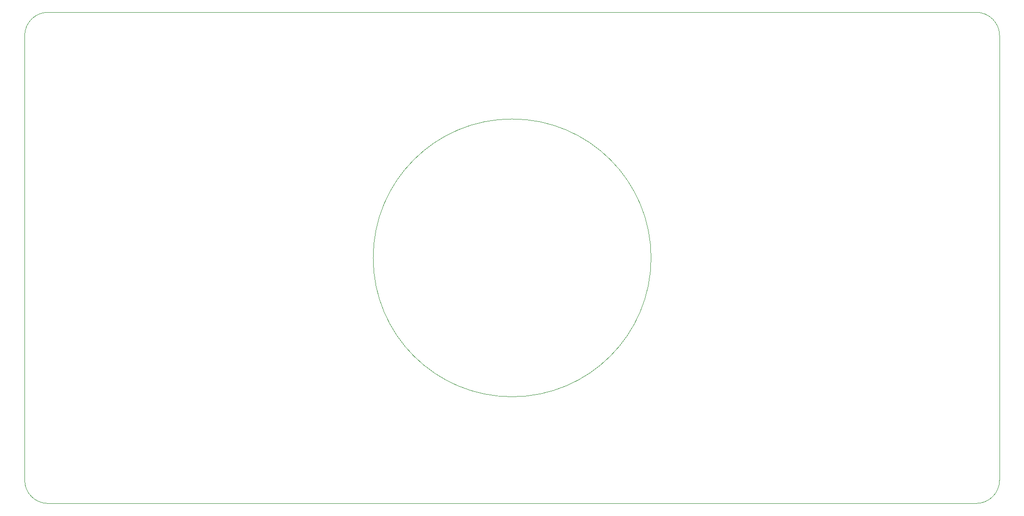
<source format=gbr>
%TF.GenerationSoftware,KiCad,Pcbnew,(6.0.6-0)*%
%TF.CreationDate,2022-09-07T15:50:45-07:00*%
%TF.ProjectId,GlowSign Aluminum PCB round cutout,476c6f77-5369-4676-9e20-416c756d696e,rev?*%
%TF.SameCoordinates,Original*%
%TF.FileFunction,Profile,NP*%
%FSLAX46Y46*%
G04 Gerber Fmt 4.6, Leading zero omitted, Abs format (unit mm)*
G04 Created by KiCad (PCBNEW (6.0.6-0)) date 2022-09-07 15:50:45*
%MOMM*%
%LPD*%
G01*
G04 APERTURE LIST*
%TA.AperFunction,Profile*%
%ADD10C,0.100000*%
%TD*%
G04 APERTURE END LIST*
D10*
X64344400Y-57078800D02*
X64344400Y-137078800D01*
X64344400Y-137078800D02*
G75*
G03*
X68544400Y-141278800I4200000J0D01*
G01*
X177044400Y-97078800D02*
G75*
G03*
X177044400Y-97078800I-25000000J0D01*
G01*
X239744400Y-137078800D02*
X239744400Y-57078800D01*
X239744400Y-57078800D02*
G75*
G03*
X235544400Y-52878800I-4200000J0D01*
G01*
X68544400Y-141278800D02*
X235544400Y-141278800D01*
X235544400Y-52878800D02*
X68544400Y-52878800D01*
X235544400Y-141278800D02*
G75*
G03*
X239744400Y-137078800I0J4200000D01*
G01*
X68544400Y-52878800D02*
G75*
G03*
X64344400Y-57078800I0J-4200000D01*
G01*
M02*

</source>
